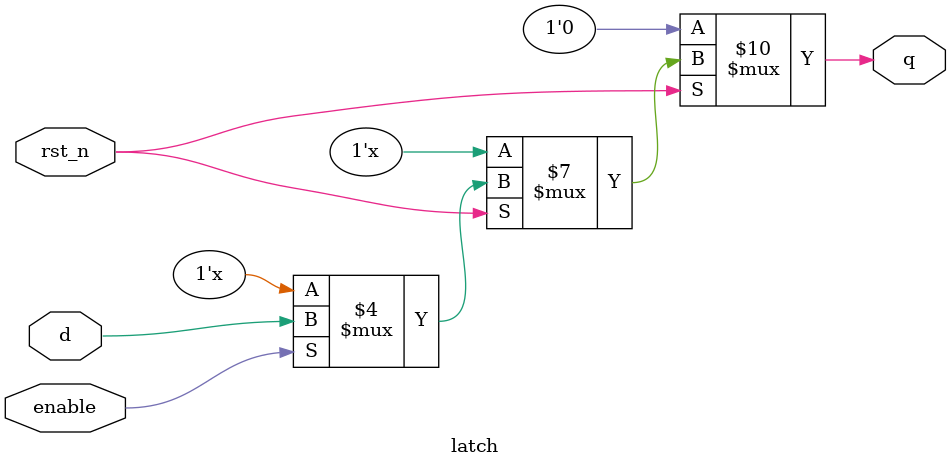
<source format=v>
`timescale 1ns / 1ps


module latch(
    input wire rst_n,
    input wire enable,
    input wire d,
    
    output reg q
    );
    
   always@(*) begin          //Latch with negative enable and negative reset 
        if(!rst_n) begin 
            q = 1'b0 ;
        end else begin
            if(enable) begin 
                q = d ;
            end else begin 
                q = q ; 
            end   
        end 
   end  
endmodule

</source>
